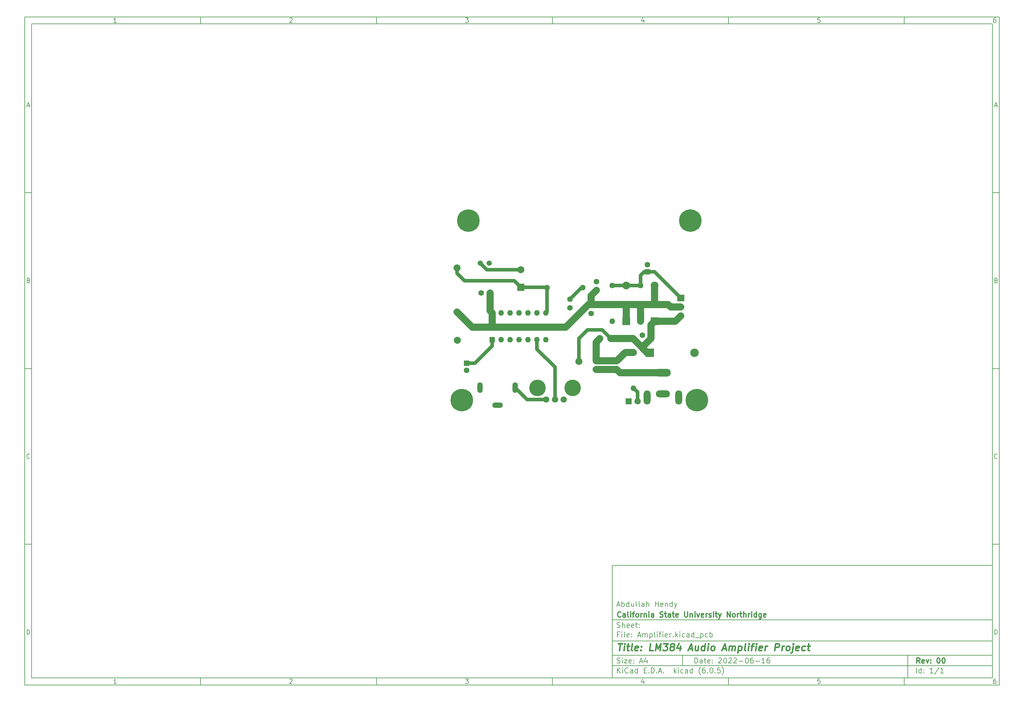
<source format=gtl>
%TF.GenerationSoftware,KiCad,Pcbnew,(6.0.5)*%
%TF.CreationDate,2022-06-17T11:53:50-07:00*%
%TF.ProjectId,Amplifier,416d706c-6966-4696-9572-2e6b69636164,00*%
%TF.SameCoordinates,Original*%
%TF.FileFunction,Copper,L1,Top*%
%TF.FilePolarity,Positive*%
%FSLAX46Y46*%
G04 Gerber Fmt 4.6, Leading zero omitted, Abs format (unit mm)*
G04 Created by KiCad (PCBNEW (6.0.5)) date 2022-06-17 11:53:50*
%MOMM*%
%LPD*%
G01*
G04 APERTURE LIST*
%ADD10C,0.100000*%
%ADD11C,0.150000*%
%ADD12C,0.300000*%
%ADD13C,0.400000*%
%TA.AperFunction,ComponentPad*%
%ADD14C,1.498600*%
%TD*%
%TA.AperFunction,ComponentPad*%
%ADD15C,1.600000*%
%TD*%
%TA.AperFunction,ComponentPad*%
%ADD16O,1.600000X1.600000*%
%TD*%
%TA.AperFunction,ComponentPad*%
%ADD17R,1.189000X1.189000*%
%TD*%
%TA.AperFunction,ComponentPad*%
%ADD18C,1.189000*%
%TD*%
%TA.AperFunction,ComponentPad*%
%ADD19R,2.000000X1.905000*%
%TD*%
%TA.AperFunction,ComponentPad*%
%ADD20O,2.000000X1.905000*%
%TD*%
%TA.AperFunction,ComponentPad*%
%ADD21R,1.600000X1.600000*%
%TD*%
%TA.AperFunction,ComponentPad*%
%ADD22C,2.000000*%
%TD*%
%TA.AperFunction,ComponentPad*%
%ADD23C,6.400000*%
%TD*%
%TA.AperFunction,ComponentPad*%
%ADD24R,1.800000X1.800000*%
%TD*%
%TA.AperFunction,ComponentPad*%
%ADD25C,1.800000*%
%TD*%
%TA.AperFunction,ComponentPad*%
%ADD26R,2.200000X2.200000*%
%TD*%
%TA.AperFunction,ComponentPad*%
%ADD27O,2.200000X2.200000*%
%TD*%
%TA.AperFunction,ComponentPad*%
%ADD28O,4.500000X2.250000*%
%TD*%
%TA.AperFunction,ComponentPad*%
%ADD29O,4.000000X2.000000*%
%TD*%
%TA.AperFunction,ComponentPad*%
%ADD30O,2.000000X4.000000*%
%TD*%
%TA.AperFunction,ComponentPad*%
%ADD31C,1.600200*%
%TD*%
%TA.AperFunction,ComponentPad*%
%ADD32R,2.400000X2.400000*%
%TD*%
%TA.AperFunction,ComponentPad*%
%ADD33O,2.400000X2.400000*%
%TD*%
%TA.AperFunction,ComponentPad*%
%ADD34O,3.016000X1.508000*%
%TD*%
%TA.AperFunction,ComponentPad*%
%ADD35O,1.508000X3.016000*%
%TD*%
%TA.AperFunction,ComponentPad*%
%ADD36R,2.000000X2.000000*%
%TD*%
%TA.AperFunction,ComponentPad*%
%ADD37C,4.686000*%
%TD*%
%TA.AperFunction,Conductor*%
%ADD38C,2.000000*%
%TD*%
%TA.AperFunction,Conductor*%
%ADD39C,1.000000*%
%TD*%
G04 APERTURE END LIST*
D10*
D11*
X177002200Y-166007200D02*
X177002200Y-198007200D01*
X285002200Y-198007200D01*
X285002200Y-166007200D01*
X177002200Y-166007200D01*
D10*
D11*
X10000000Y-10000000D02*
X10000000Y-200007200D01*
X287002200Y-200007200D01*
X287002200Y-10000000D01*
X10000000Y-10000000D01*
D10*
D11*
X12000000Y-12000000D02*
X12000000Y-198007200D01*
X285002200Y-198007200D01*
X285002200Y-12000000D01*
X12000000Y-12000000D01*
D10*
D11*
X60000000Y-12000000D02*
X60000000Y-10000000D01*
D10*
D11*
X110000000Y-12000000D02*
X110000000Y-10000000D01*
D10*
D11*
X160000000Y-12000000D02*
X160000000Y-10000000D01*
D10*
D11*
X210000000Y-12000000D02*
X210000000Y-10000000D01*
D10*
D11*
X260000000Y-12000000D02*
X260000000Y-10000000D01*
D10*
D11*
X36065476Y-11588095D02*
X35322619Y-11588095D01*
X35694047Y-11588095D02*
X35694047Y-10288095D01*
X35570238Y-10473809D01*
X35446428Y-10597619D01*
X35322619Y-10659523D01*
D10*
D11*
X85322619Y-10411904D02*
X85384523Y-10350000D01*
X85508333Y-10288095D01*
X85817857Y-10288095D01*
X85941666Y-10350000D01*
X86003571Y-10411904D01*
X86065476Y-10535714D01*
X86065476Y-10659523D01*
X86003571Y-10845238D01*
X85260714Y-11588095D01*
X86065476Y-11588095D01*
D10*
D11*
X135260714Y-10288095D02*
X136065476Y-10288095D01*
X135632142Y-10783333D01*
X135817857Y-10783333D01*
X135941666Y-10845238D01*
X136003571Y-10907142D01*
X136065476Y-11030952D01*
X136065476Y-11340476D01*
X136003571Y-11464285D01*
X135941666Y-11526190D01*
X135817857Y-11588095D01*
X135446428Y-11588095D01*
X135322619Y-11526190D01*
X135260714Y-11464285D01*
D10*
D11*
X185941666Y-10721428D02*
X185941666Y-11588095D01*
X185632142Y-10226190D02*
X185322619Y-11154761D01*
X186127380Y-11154761D01*
D10*
D11*
X236003571Y-10288095D02*
X235384523Y-10288095D01*
X235322619Y-10907142D01*
X235384523Y-10845238D01*
X235508333Y-10783333D01*
X235817857Y-10783333D01*
X235941666Y-10845238D01*
X236003571Y-10907142D01*
X236065476Y-11030952D01*
X236065476Y-11340476D01*
X236003571Y-11464285D01*
X235941666Y-11526190D01*
X235817857Y-11588095D01*
X235508333Y-11588095D01*
X235384523Y-11526190D01*
X235322619Y-11464285D01*
D10*
D11*
X285941666Y-10288095D02*
X285694047Y-10288095D01*
X285570238Y-10350000D01*
X285508333Y-10411904D01*
X285384523Y-10597619D01*
X285322619Y-10845238D01*
X285322619Y-11340476D01*
X285384523Y-11464285D01*
X285446428Y-11526190D01*
X285570238Y-11588095D01*
X285817857Y-11588095D01*
X285941666Y-11526190D01*
X286003571Y-11464285D01*
X286065476Y-11340476D01*
X286065476Y-11030952D01*
X286003571Y-10907142D01*
X285941666Y-10845238D01*
X285817857Y-10783333D01*
X285570238Y-10783333D01*
X285446428Y-10845238D01*
X285384523Y-10907142D01*
X285322619Y-11030952D01*
D10*
D11*
X60000000Y-198007200D02*
X60000000Y-200007200D01*
D10*
D11*
X110000000Y-198007200D02*
X110000000Y-200007200D01*
D10*
D11*
X160000000Y-198007200D02*
X160000000Y-200007200D01*
D10*
D11*
X210000000Y-198007200D02*
X210000000Y-200007200D01*
D10*
D11*
X260000000Y-198007200D02*
X260000000Y-200007200D01*
D10*
D11*
X36065476Y-199595295D02*
X35322619Y-199595295D01*
X35694047Y-199595295D02*
X35694047Y-198295295D01*
X35570238Y-198481009D01*
X35446428Y-198604819D01*
X35322619Y-198666723D01*
D10*
D11*
X85322619Y-198419104D02*
X85384523Y-198357200D01*
X85508333Y-198295295D01*
X85817857Y-198295295D01*
X85941666Y-198357200D01*
X86003571Y-198419104D01*
X86065476Y-198542914D01*
X86065476Y-198666723D01*
X86003571Y-198852438D01*
X85260714Y-199595295D01*
X86065476Y-199595295D01*
D10*
D11*
X135260714Y-198295295D02*
X136065476Y-198295295D01*
X135632142Y-198790533D01*
X135817857Y-198790533D01*
X135941666Y-198852438D01*
X136003571Y-198914342D01*
X136065476Y-199038152D01*
X136065476Y-199347676D01*
X136003571Y-199471485D01*
X135941666Y-199533390D01*
X135817857Y-199595295D01*
X135446428Y-199595295D01*
X135322619Y-199533390D01*
X135260714Y-199471485D01*
D10*
D11*
X185941666Y-198728628D02*
X185941666Y-199595295D01*
X185632142Y-198233390D02*
X185322619Y-199161961D01*
X186127380Y-199161961D01*
D10*
D11*
X236003571Y-198295295D02*
X235384523Y-198295295D01*
X235322619Y-198914342D01*
X235384523Y-198852438D01*
X235508333Y-198790533D01*
X235817857Y-198790533D01*
X235941666Y-198852438D01*
X236003571Y-198914342D01*
X236065476Y-199038152D01*
X236065476Y-199347676D01*
X236003571Y-199471485D01*
X235941666Y-199533390D01*
X235817857Y-199595295D01*
X235508333Y-199595295D01*
X235384523Y-199533390D01*
X235322619Y-199471485D01*
D10*
D11*
X285941666Y-198295295D02*
X285694047Y-198295295D01*
X285570238Y-198357200D01*
X285508333Y-198419104D01*
X285384523Y-198604819D01*
X285322619Y-198852438D01*
X285322619Y-199347676D01*
X285384523Y-199471485D01*
X285446428Y-199533390D01*
X285570238Y-199595295D01*
X285817857Y-199595295D01*
X285941666Y-199533390D01*
X286003571Y-199471485D01*
X286065476Y-199347676D01*
X286065476Y-199038152D01*
X286003571Y-198914342D01*
X285941666Y-198852438D01*
X285817857Y-198790533D01*
X285570238Y-198790533D01*
X285446428Y-198852438D01*
X285384523Y-198914342D01*
X285322619Y-199038152D01*
D10*
D11*
X10000000Y-60000000D02*
X12000000Y-60000000D01*
D10*
D11*
X10000000Y-110000000D02*
X12000000Y-110000000D01*
D10*
D11*
X10000000Y-160000000D02*
X12000000Y-160000000D01*
D10*
D11*
X10690476Y-35216666D02*
X11309523Y-35216666D01*
X10566666Y-35588095D02*
X11000000Y-34288095D01*
X11433333Y-35588095D01*
D10*
D11*
X11092857Y-84907142D02*
X11278571Y-84969047D01*
X11340476Y-85030952D01*
X11402380Y-85154761D01*
X11402380Y-85340476D01*
X11340476Y-85464285D01*
X11278571Y-85526190D01*
X11154761Y-85588095D01*
X10659523Y-85588095D01*
X10659523Y-84288095D01*
X11092857Y-84288095D01*
X11216666Y-84350000D01*
X11278571Y-84411904D01*
X11340476Y-84535714D01*
X11340476Y-84659523D01*
X11278571Y-84783333D01*
X11216666Y-84845238D01*
X11092857Y-84907142D01*
X10659523Y-84907142D01*
D10*
D11*
X11402380Y-135464285D02*
X11340476Y-135526190D01*
X11154761Y-135588095D01*
X11030952Y-135588095D01*
X10845238Y-135526190D01*
X10721428Y-135402380D01*
X10659523Y-135278571D01*
X10597619Y-135030952D01*
X10597619Y-134845238D01*
X10659523Y-134597619D01*
X10721428Y-134473809D01*
X10845238Y-134350000D01*
X11030952Y-134288095D01*
X11154761Y-134288095D01*
X11340476Y-134350000D01*
X11402380Y-134411904D01*
D10*
D11*
X10659523Y-185588095D02*
X10659523Y-184288095D01*
X10969047Y-184288095D01*
X11154761Y-184350000D01*
X11278571Y-184473809D01*
X11340476Y-184597619D01*
X11402380Y-184845238D01*
X11402380Y-185030952D01*
X11340476Y-185278571D01*
X11278571Y-185402380D01*
X11154761Y-185526190D01*
X10969047Y-185588095D01*
X10659523Y-185588095D01*
D10*
D11*
X287002200Y-60000000D02*
X285002200Y-60000000D01*
D10*
D11*
X287002200Y-110000000D02*
X285002200Y-110000000D01*
D10*
D11*
X287002200Y-160000000D02*
X285002200Y-160000000D01*
D10*
D11*
X285692676Y-35216666D02*
X286311723Y-35216666D01*
X285568866Y-35588095D02*
X286002200Y-34288095D01*
X286435533Y-35588095D01*
D10*
D11*
X286095057Y-84907142D02*
X286280771Y-84969047D01*
X286342676Y-85030952D01*
X286404580Y-85154761D01*
X286404580Y-85340476D01*
X286342676Y-85464285D01*
X286280771Y-85526190D01*
X286156961Y-85588095D01*
X285661723Y-85588095D01*
X285661723Y-84288095D01*
X286095057Y-84288095D01*
X286218866Y-84350000D01*
X286280771Y-84411904D01*
X286342676Y-84535714D01*
X286342676Y-84659523D01*
X286280771Y-84783333D01*
X286218866Y-84845238D01*
X286095057Y-84907142D01*
X285661723Y-84907142D01*
D10*
D11*
X286404580Y-135464285D02*
X286342676Y-135526190D01*
X286156961Y-135588095D01*
X286033152Y-135588095D01*
X285847438Y-135526190D01*
X285723628Y-135402380D01*
X285661723Y-135278571D01*
X285599819Y-135030952D01*
X285599819Y-134845238D01*
X285661723Y-134597619D01*
X285723628Y-134473809D01*
X285847438Y-134350000D01*
X286033152Y-134288095D01*
X286156961Y-134288095D01*
X286342676Y-134350000D01*
X286404580Y-134411904D01*
D10*
D11*
X285661723Y-185588095D02*
X285661723Y-184288095D01*
X285971247Y-184288095D01*
X286156961Y-184350000D01*
X286280771Y-184473809D01*
X286342676Y-184597619D01*
X286404580Y-184845238D01*
X286404580Y-185030952D01*
X286342676Y-185278571D01*
X286280771Y-185402380D01*
X286156961Y-185526190D01*
X285971247Y-185588095D01*
X285661723Y-185588095D01*
D10*
D11*
X200434342Y-193785771D02*
X200434342Y-192285771D01*
X200791485Y-192285771D01*
X201005771Y-192357200D01*
X201148628Y-192500057D01*
X201220057Y-192642914D01*
X201291485Y-192928628D01*
X201291485Y-193142914D01*
X201220057Y-193428628D01*
X201148628Y-193571485D01*
X201005771Y-193714342D01*
X200791485Y-193785771D01*
X200434342Y-193785771D01*
X202577200Y-193785771D02*
X202577200Y-193000057D01*
X202505771Y-192857200D01*
X202362914Y-192785771D01*
X202077200Y-192785771D01*
X201934342Y-192857200D01*
X202577200Y-193714342D02*
X202434342Y-193785771D01*
X202077200Y-193785771D01*
X201934342Y-193714342D01*
X201862914Y-193571485D01*
X201862914Y-193428628D01*
X201934342Y-193285771D01*
X202077200Y-193214342D01*
X202434342Y-193214342D01*
X202577200Y-193142914D01*
X203077200Y-192785771D02*
X203648628Y-192785771D01*
X203291485Y-192285771D02*
X203291485Y-193571485D01*
X203362914Y-193714342D01*
X203505771Y-193785771D01*
X203648628Y-193785771D01*
X204720057Y-193714342D02*
X204577200Y-193785771D01*
X204291485Y-193785771D01*
X204148628Y-193714342D01*
X204077200Y-193571485D01*
X204077200Y-193000057D01*
X204148628Y-192857200D01*
X204291485Y-192785771D01*
X204577200Y-192785771D01*
X204720057Y-192857200D01*
X204791485Y-193000057D01*
X204791485Y-193142914D01*
X204077200Y-193285771D01*
X205434342Y-193642914D02*
X205505771Y-193714342D01*
X205434342Y-193785771D01*
X205362914Y-193714342D01*
X205434342Y-193642914D01*
X205434342Y-193785771D01*
X205434342Y-192857200D02*
X205505771Y-192928628D01*
X205434342Y-193000057D01*
X205362914Y-192928628D01*
X205434342Y-192857200D01*
X205434342Y-193000057D01*
X207220057Y-192428628D02*
X207291485Y-192357200D01*
X207434342Y-192285771D01*
X207791485Y-192285771D01*
X207934342Y-192357200D01*
X208005771Y-192428628D01*
X208077200Y-192571485D01*
X208077200Y-192714342D01*
X208005771Y-192928628D01*
X207148628Y-193785771D01*
X208077200Y-193785771D01*
X209005771Y-192285771D02*
X209148628Y-192285771D01*
X209291485Y-192357200D01*
X209362914Y-192428628D01*
X209434342Y-192571485D01*
X209505771Y-192857200D01*
X209505771Y-193214342D01*
X209434342Y-193500057D01*
X209362914Y-193642914D01*
X209291485Y-193714342D01*
X209148628Y-193785771D01*
X209005771Y-193785771D01*
X208862914Y-193714342D01*
X208791485Y-193642914D01*
X208720057Y-193500057D01*
X208648628Y-193214342D01*
X208648628Y-192857200D01*
X208720057Y-192571485D01*
X208791485Y-192428628D01*
X208862914Y-192357200D01*
X209005771Y-192285771D01*
X210077200Y-192428628D02*
X210148628Y-192357200D01*
X210291485Y-192285771D01*
X210648628Y-192285771D01*
X210791485Y-192357200D01*
X210862914Y-192428628D01*
X210934342Y-192571485D01*
X210934342Y-192714342D01*
X210862914Y-192928628D01*
X210005771Y-193785771D01*
X210934342Y-193785771D01*
X211505771Y-192428628D02*
X211577200Y-192357200D01*
X211720057Y-192285771D01*
X212077200Y-192285771D01*
X212220057Y-192357200D01*
X212291485Y-192428628D01*
X212362914Y-192571485D01*
X212362914Y-192714342D01*
X212291485Y-192928628D01*
X211434342Y-193785771D01*
X212362914Y-193785771D01*
X213005771Y-193214342D02*
X214148628Y-193214342D01*
X215148628Y-192285771D02*
X215291485Y-192285771D01*
X215434342Y-192357200D01*
X215505771Y-192428628D01*
X215577200Y-192571485D01*
X215648628Y-192857200D01*
X215648628Y-193214342D01*
X215577200Y-193500057D01*
X215505771Y-193642914D01*
X215434342Y-193714342D01*
X215291485Y-193785771D01*
X215148628Y-193785771D01*
X215005771Y-193714342D01*
X214934342Y-193642914D01*
X214862914Y-193500057D01*
X214791485Y-193214342D01*
X214791485Y-192857200D01*
X214862914Y-192571485D01*
X214934342Y-192428628D01*
X215005771Y-192357200D01*
X215148628Y-192285771D01*
X216934342Y-192285771D02*
X216648628Y-192285771D01*
X216505771Y-192357200D01*
X216434342Y-192428628D01*
X216291485Y-192642914D01*
X216220057Y-192928628D01*
X216220057Y-193500057D01*
X216291485Y-193642914D01*
X216362914Y-193714342D01*
X216505771Y-193785771D01*
X216791485Y-193785771D01*
X216934342Y-193714342D01*
X217005771Y-193642914D01*
X217077200Y-193500057D01*
X217077200Y-193142914D01*
X217005771Y-193000057D01*
X216934342Y-192928628D01*
X216791485Y-192857200D01*
X216505771Y-192857200D01*
X216362914Y-192928628D01*
X216291485Y-193000057D01*
X216220057Y-193142914D01*
X217720057Y-193214342D02*
X218862914Y-193214342D01*
X220362914Y-193785771D02*
X219505771Y-193785771D01*
X219934342Y-193785771D02*
X219934342Y-192285771D01*
X219791485Y-192500057D01*
X219648628Y-192642914D01*
X219505771Y-192714342D01*
X221648628Y-192285771D02*
X221362914Y-192285771D01*
X221220057Y-192357200D01*
X221148628Y-192428628D01*
X221005771Y-192642914D01*
X220934342Y-192928628D01*
X220934342Y-193500057D01*
X221005771Y-193642914D01*
X221077200Y-193714342D01*
X221220057Y-193785771D01*
X221505771Y-193785771D01*
X221648628Y-193714342D01*
X221720057Y-193642914D01*
X221791485Y-193500057D01*
X221791485Y-193142914D01*
X221720057Y-193000057D01*
X221648628Y-192928628D01*
X221505771Y-192857200D01*
X221220057Y-192857200D01*
X221077200Y-192928628D01*
X221005771Y-193000057D01*
X220934342Y-193142914D01*
D10*
D11*
X177002200Y-194507200D02*
X285002200Y-194507200D01*
D10*
D11*
X178434342Y-196585771D02*
X178434342Y-195085771D01*
X179291485Y-196585771D02*
X178648628Y-195728628D01*
X179291485Y-195085771D02*
X178434342Y-195942914D01*
X179934342Y-196585771D02*
X179934342Y-195585771D01*
X179934342Y-195085771D02*
X179862914Y-195157200D01*
X179934342Y-195228628D01*
X180005771Y-195157200D01*
X179934342Y-195085771D01*
X179934342Y-195228628D01*
X181505771Y-196442914D02*
X181434342Y-196514342D01*
X181220057Y-196585771D01*
X181077200Y-196585771D01*
X180862914Y-196514342D01*
X180720057Y-196371485D01*
X180648628Y-196228628D01*
X180577200Y-195942914D01*
X180577200Y-195728628D01*
X180648628Y-195442914D01*
X180720057Y-195300057D01*
X180862914Y-195157200D01*
X181077200Y-195085771D01*
X181220057Y-195085771D01*
X181434342Y-195157200D01*
X181505771Y-195228628D01*
X182791485Y-196585771D02*
X182791485Y-195800057D01*
X182720057Y-195657200D01*
X182577200Y-195585771D01*
X182291485Y-195585771D01*
X182148628Y-195657200D01*
X182791485Y-196514342D02*
X182648628Y-196585771D01*
X182291485Y-196585771D01*
X182148628Y-196514342D01*
X182077200Y-196371485D01*
X182077200Y-196228628D01*
X182148628Y-196085771D01*
X182291485Y-196014342D01*
X182648628Y-196014342D01*
X182791485Y-195942914D01*
X184148628Y-196585771D02*
X184148628Y-195085771D01*
X184148628Y-196514342D02*
X184005771Y-196585771D01*
X183720057Y-196585771D01*
X183577200Y-196514342D01*
X183505771Y-196442914D01*
X183434342Y-196300057D01*
X183434342Y-195871485D01*
X183505771Y-195728628D01*
X183577200Y-195657200D01*
X183720057Y-195585771D01*
X184005771Y-195585771D01*
X184148628Y-195657200D01*
X186005771Y-195800057D02*
X186505771Y-195800057D01*
X186720057Y-196585771D02*
X186005771Y-196585771D01*
X186005771Y-195085771D01*
X186720057Y-195085771D01*
X187362914Y-196442914D02*
X187434342Y-196514342D01*
X187362914Y-196585771D01*
X187291485Y-196514342D01*
X187362914Y-196442914D01*
X187362914Y-196585771D01*
X188077200Y-196585771D02*
X188077200Y-195085771D01*
X188434342Y-195085771D01*
X188648628Y-195157200D01*
X188791485Y-195300057D01*
X188862914Y-195442914D01*
X188934342Y-195728628D01*
X188934342Y-195942914D01*
X188862914Y-196228628D01*
X188791485Y-196371485D01*
X188648628Y-196514342D01*
X188434342Y-196585771D01*
X188077200Y-196585771D01*
X189577200Y-196442914D02*
X189648628Y-196514342D01*
X189577200Y-196585771D01*
X189505771Y-196514342D01*
X189577200Y-196442914D01*
X189577200Y-196585771D01*
X190220057Y-196157200D02*
X190934342Y-196157200D01*
X190077200Y-196585771D02*
X190577200Y-195085771D01*
X191077200Y-196585771D01*
X191577200Y-196442914D02*
X191648628Y-196514342D01*
X191577200Y-196585771D01*
X191505771Y-196514342D01*
X191577200Y-196442914D01*
X191577200Y-196585771D01*
X194577200Y-196585771D02*
X194577200Y-195085771D01*
X194720057Y-196014342D02*
X195148628Y-196585771D01*
X195148628Y-195585771D02*
X194577200Y-196157200D01*
X195791485Y-196585771D02*
X195791485Y-195585771D01*
X195791485Y-195085771D02*
X195720057Y-195157200D01*
X195791485Y-195228628D01*
X195862914Y-195157200D01*
X195791485Y-195085771D01*
X195791485Y-195228628D01*
X197148628Y-196514342D02*
X197005771Y-196585771D01*
X196720057Y-196585771D01*
X196577200Y-196514342D01*
X196505771Y-196442914D01*
X196434342Y-196300057D01*
X196434342Y-195871485D01*
X196505771Y-195728628D01*
X196577200Y-195657200D01*
X196720057Y-195585771D01*
X197005771Y-195585771D01*
X197148628Y-195657200D01*
X198434342Y-196585771D02*
X198434342Y-195800057D01*
X198362914Y-195657200D01*
X198220057Y-195585771D01*
X197934342Y-195585771D01*
X197791485Y-195657200D01*
X198434342Y-196514342D02*
X198291485Y-196585771D01*
X197934342Y-196585771D01*
X197791485Y-196514342D01*
X197720057Y-196371485D01*
X197720057Y-196228628D01*
X197791485Y-196085771D01*
X197934342Y-196014342D01*
X198291485Y-196014342D01*
X198434342Y-195942914D01*
X199791485Y-196585771D02*
X199791485Y-195085771D01*
X199791485Y-196514342D02*
X199648628Y-196585771D01*
X199362914Y-196585771D01*
X199220057Y-196514342D01*
X199148628Y-196442914D01*
X199077200Y-196300057D01*
X199077200Y-195871485D01*
X199148628Y-195728628D01*
X199220057Y-195657200D01*
X199362914Y-195585771D01*
X199648628Y-195585771D01*
X199791485Y-195657200D01*
X202077200Y-197157200D02*
X202005771Y-197085771D01*
X201862914Y-196871485D01*
X201791485Y-196728628D01*
X201720057Y-196514342D01*
X201648628Y-196157200D01*
X201648628Y-195871485D01*
X201720057Y-195514342D01*
X201791485Y-195300057D01*
X201862914Y-195157200D01*
X202005771Y-194942914D01*
X202077200Y-194871485D01*
X203291485Y-195085771D02*
X203005771Y-195085771D01*
X202862914Y-195157200D01*
X202791485Y-195228628D01*
X202648628Y-195442914D01*
X202577200Y-195728628D01*
X202577200Y-196300057D01*
X202648628Y-196442914D01*
X202720057Y-196514342D01*
X202862914Y-196585771D01*
X203148628Y-196585771D01*
X203291485Y-196514342D01*
X203362914Y-196442914D01*
X203434342Y-196300057D01*
X203434342Y-195942914D01*
X203362914Y-195800057D01*
X203291485Y-195728628D01*
X203148628Y-195657200D01*
X202862914Y-195657200D01*
X202720057Y-195728628D01*
X202648628Y-195800057D01*
X202577200Y-195942914D01*
X204077200Y-196442914D02*
X204148628Y-196514342D01*
X204077200Y-196585771D01*
X204005771Y-196514342D01*
X204077200Y-196442914D01*
X204077200Y-196585771D01*
X205077200Y-195085771D02*
X205220057Y-195085771D01*
X205362914Y-195157200D01*
X205434342Y-195228628D01*
X205505771Y-195371485D01*
X205577200Y-195657200D01*
X205577200Y-196014342D01*
X205505771Y-196300057D01*
X205434342Y-196442914D01*
X205362914Y-196514342D01*
X205220057Y-196585771D01*
X205077200Y-196585771D01*
X204934342Y-196514342D01*
X204862914Y-196442914D01*
X204791485Y-196300057D01*
X204720057Y-196014342D01*
X204720057Y-195657200D01*
X204791485Y-195371485D01*
X204862914Y-195228628D01*
X204934342Y-195157200D01*
X205077200Y-195085771D01*
X206220057Y-196442914D02*
X206291485Y-196514342D01*
X206220057Y-196585771D01*
X206148628Y-196514342D01*
X206220057Y-196442914D01*
X206220057Y-196585771D01*
X207648628Y-195085771D02*
X206934342Y-195085771D01*
X206862914Y-195800057D01*
X206934342Y-195728628D01*
X207077200Y-195657200D01*
X207434342Y-195657200D01*
X207577200Y-195728628D01*
X207648628Y-195800057D01*
X207720057Y-195942914D01*
X207720057Y-196300057D01*
X207648628Y-196442914D01*
X207577200Y-196514342D01*
X207434342Y-196585771D01*
X207077200Y-196585771D01*
X206934342Y-196514342D01*
X206862914Y-196442914D01*
X208220057Y-197157200D02*
X208291485Y-197085771D01*
X208434342Y-196871485D01*
X208505771Y-196728628D01*
X208577200Y-196514342D01*
X208648628Y-196157200D01*
X208648628Y-195871485D01*
X208577200Y-195514342D01*
X208505771Y-195300057D01*
X208434342Y-195157200D01*
X208291485Y-194942914D01*
X208220057Y-194871485D01*
D10*
D11*
X177002200Y-191507200D02*
X285002200Y-191507200D01*
D10*
D12*
X264411485Y-193785771D02*
X263911485Y-193071485D01*
X263554342Y-193785771D02*
X263554342Y-192285771D01*
X264125771Y-192285771D01*
X264268628Y-192357200D01*
X264340057Y-192428628D01*
X264411485Y-192571485D01*
X264411485Y-192785771D01*
X264340057Y-192928628D01*
X264268628Y-193000057D01*
X264125771Y-193071485D01*
X263554342Y-193071485D01*
X265625771Y-193714342D02*
X265482914Y-193785771D01*
X265197200Y-193785771D01*
X265054342Y-193714342D01*
X264982914Y-193571485D01*
X264982914Y-193000057D01*
X265054342Y-192857200D01*
X265197200Y-192785771D01*
X265482914Y-192785771D01*
X265625771Y-192857200D01*
X265697200Y-193000057D01*
X265697200Y-193142914D01*
X264982914Y-193285771D01*
X266197200Y-192785771D02*
X266554342Y-193785771D01*
X266911485Y-192785771D01*
X267482914Y-193642914D02*
X267554342Y-193714342D01*
X267482914Y-193785771D01*
X267411485Y-193714342D01*
X267482914Y-193642914D01*
X267482914Y-193785771D01*
X267482914Y-192857200D02*
X267554342Y-192928628D01*
X267482914Y-193000057D01*
X267411485Y-192928628D01*
X267482914Y-192857200D01*
X267482914Y-193000057D01*
X269625771Y-192285771D02*
X269768628Y-192285771D01*
X269911485Y-192357200D01*
X269982914Y-192428628D01*
X270054342Y-192571485D01*
X270125771Y-192857200D01*
X270125771Y-193214342D01*
X270054342Y-193500057D01*
X269982914Y-193642914D01*
X269911485Y-193714342D01*
X269768628Y-193785771D01*
X269625771Y-193785771D01*
X269482914Y-193714342D01*
X269411485Y-193642914D01*
X269340057Y-193500057D01*
X269268628Y-193214342D01*
X269268628Y-192857200D01*
X269340057Y-192571485D01*
X269411485Y-192428628D01*
X269482914Y-192357200D01*
X269625771Y-192285771D01*
X271054342Y-192285771D02*
X271197200Y-192285771D01*
X271340057Y-192357200D01*
X271411485Y-192428628D01*
X271482914Y-192571485D01*
X271554342Y-192857200D01*
X271554342Y-193214342D01*
X271482914Y-193500057D01*
X271411485Y-193642914D01*
X271340057Y-193714342D01*
X271197200Y-193785771D01*
X271054342Y-193785771D01*
X270911485Y-193714342D01*
X270840057Y-193642914D01*
X270768628Y-193500057D01*
X270697200Y-193214342D01*
X270697200Y-192857200D01*
X270768628Y-192571485D01*
X270840057Y-192428628D01*
X270911485Y-192357200D01*
X271054342Y-192285771D01*
D10*
D11*
X178362914Y-193714342D02*
X178577200Y-193785771D01*
X178934342Y-193785771D01*
X179077200Y-193714342D01*
X179148628Y-193642914D01*
X179220057Y-193500057D01*
X179220057Y-193357200D01*
X179148628Y-193214342D01*
X179077200Y-193142914D01*
X178934342Y-193071485D01*
X178648628Y-193000057D01*
X178505771Y-192928628D01*
X178434342Y-192857200D01*
X178362914Y-192714342D01*
X178362914Y-192571485D01*
X178434342Y-192428628D01*
X178505771Y-192357200D01*
X178648628Y-192285771D01*
X179005771Y-192285771D01*
X179220057Y-192357200D01*
X179862914Y-193785771D02*
X179862914Y-192785771D01*
X179862914Y-192285771D02*
X179791485Y-192357200D01*
X179862914Y-192428628D01*
X179934342Y-192357200D01*
X179862914Y-192285771D01*
X179862914Y-192428628D01*
X180434342Y-192785771D02*
X181220057Y-192785771D01*
X180434342Y-193785771D01*
X181220057Y-193785771D01*
X182362914Y-193714342D02*
X182220057Y-193785771D01*
X181934342Y-193785771D01*
X181791485Y-193714342D01*
X181720057Y-193571485D01*
X181720057Y-193000057D01*
X181791485Y-192857200D01*
X181934342Y-192785771D01*
X182220057Y-192785771D01*
X182362914Y-192857200D01*
X182434342Y-193000057D01*
X182434342Y-193142914D01*
X181720057Y-193285771D01*
X183077200Y-193642914D02*
X183148628Y-193714342D01*
X183077200Y-193785771D01*
X183005771Y-193714342D01*
X183077200Y-193642914D01*
X183077200Y-193785771D01*
X183077200Y-192857200D02*
X183148628Y-192928628D01*
X183077200Y-193000057D01*
X183005771Y-192928628D01*
X183077200Y-192857200D01*
X183077200Y-193000057D01*
X184862914Y-193357200D02*
X185577200Y-193357200D01*
X184720057Y-193785771D02*
X185220057Y-192285771D01*
X185720057Y-193785771D01*
X186862914Y-192785771D02*
X186862914Y-193785771D01*
X186505771Y-192214342D02*
X186148628Y-193285771D01*
X187077200Y-193285771D01*
D10*
D11*
X263434342Y-196585771D02*
X263434342Y-195085771D01*
X264791485Y-196585771D02*
X264791485Y-195085771D01*
X264791485Y-196514342D02*
X264648628Y-196585771D01*
X264362914Y-196585771D01*
X264220057Y-196514342D01*
X264148628Y-196442914D01*
X264077200Y-196300057D01*
X264077200Y-195871485D01*
X264148628Y-195728628D01*
X264220057Y-195657200D01*
X264362914Y-195585771D01*
X264648628Y-195585771D01*
X264791485Y-195657200D01*
X265505771Y-196442914D02*
X265577200Y-196514342D01*
X265505771Y-196585771D01*
X265434342Y-196514342D01*
X265505771Y-196442914D01*
X265505771Y-196585771D01*
X265505771Y-195657200D02*
X265577200Y-195728628D01*
X265505771Y-195800057D01*
X265434342Y-195728628D01*
X265505771Y-195657200D01*
X265505771Y-195800057D01*
X268148628Y-196585771D02*
X267291485Y-196585771D01*
X267720057Y-196585771D02*
X267720057Y-195085771D01*
X267577200Y-195300057D01*
X267434342Y-195442914D01*
X267291485Y-195514342D01*
X269862914Y-195014342D02*
X268577200Y-196942914D01*
X271148628Y-196585771D02*
X270291485Y-196585771D01*
X270720057Y-196585771D02*
X270720057Y-195085771D01*
X270577200Y-195300057D01*
X270434342Y-195442914D01*
X270291485Y-195514342D01*
D10*
D11*
X177002200Y-187507200D02*
X285002200Y-187507200D01*
D10*
D13*
X178714580Y-188211961D02*
X179857438Y-188211961D01*
X179036009Y-190211961D02*
X179286009Y-188211961D01*
X180274104Y-190211961D02*
X180440771Y-188878628D01*
X180524104Y-188211961D02*
X180416961Y-188307200D01*
X180500295Y-188402438D01*
X180607438Y-188307200D01*
X180524104Y-188211961D01*
X180500295Y-188402438D01*
X181107438Y-188878628D02*
X181869342Y-188878628D01*
X181476485Y-188211961D02*
X181262200Y-189926247D01*
X181333628Y-190116723D01*
X181512200Y-190211961D01*
X181702676Y-190211961D01*
X182655057Y-190211961D02*
X182476485Y-190116723D01*
X182405057Y-189926247D01*
X182619342Y-188211961D01*
X184190771Y-190116723D02*
X183988390Y-190211961D01*
X183607438Y-190211961D01*
X183428866Y-190116723D01*
X183357438Y-189926247D01*
X183452676Y-189164342D01*
X183571723Y-188973866D01*
X183774104Y-188878628D01*
X184155057Y-188878628D01*
X184333628Y-188973866D01*
X184405057Y-189164342D01*
X184381247Y-189354819D01*
X183405057Y-189545295D01*
X185155057Y-190021485D02*
X185238390Y-190116723D01*
X185131247Y-190211961D01*
X185047914Y-190116723D01*
X185155057Y-190021485D01*
X185131247Y-190211961D01*
X185286009Y-188973866D02*
X185369342Y-189069104D01*
X185262200Y-189164342D01*
X185178866Y-189069104D01*
X185286009Y-188973866D01*
X185262200Y-189164342D01*
X188559819Y-190211961D02*
X187607438Y-190211961D01*
X187857438Y-188211961D01*
X189226485Y-190211961D02*
X189476485Y-188211961D01*
X189964580Y-189640533D01*
X190809819Y-188211961D01*
X190559819Y-190211961D01*
X191571723Y-188211961D02*
X192809819Y-188211961D01*
X192047914Y-188973866D01*
X192333628Y-188973866D01*
X192512200Y-189069104D01*
X192595533Y-189164342D01*
X192666961Y-189354819D01*
X192607438Y-189831009D01*
X192488390Y-190021485D01*
X192381247Y-190116723D01*
X192178866Y-190211961D01*
X191607438Y-190211961D01*
X191428866Y-190116723D01*
X191345533Y-190021485D01*
X193845533Y-189069104D02*
X193666961Y-188973866D01*
X193583628Y-188878628D01*
X193512200Y-188688152D01*
X193524104Y-188592914D01*
X193643152Y-188402438D01*
X193750295Y-188307200D01*
X193952676Y-188211961D01*
X194333628Y-188211961D01*
X194512200Y-188307200D01*
X194595533Y-188402438D01*
X194666961Y-188592914D01*
X194655057Y-188688152D01*
X194536009Y-188878628D01*
X194428866Y-188973866D01*
X194226485Y-189069104D01*
X193845533Y-189069104D01*
X193643152Y-189164342D01*
X193536009Y-189259580D01*
X193416961Y-189450057D01*
X193369342Y-189831009D01*
X193440771Y-190021485D01*
X193524104Y-190116723D01*
X193702676Y-190211961D01*
X194083628Y-190211961D01*
X194286009Y-190116723D01*
X194393152Y-190021485D01*
X194512200Y-189831009D01*
X194559819Y-189450057D01*
X194488390Y-189259580D01*
X194405057Y-189164342D01*
X194226485Y-189069104D01*
X196345533Y-188878628D02*
X196178866Y-190211961D01*
X195964580Y-188116723D02*
X195309819Y-189545295D01*
X196547914Y-189545295D01*
X198726485Y-189640533D02*
X199678866Y-189640533D01*
X198464580Y-190211961D02*
X199381247Y-188211961D01*
X199797914Y-190211961D01*
X201488390Y-188878628D02*
X201321723Y-190211961D01*
X200631247Y-188878628D02*
X200500295Y-189926247D01*
X200571723Y-190116723D01*
X200750295Y-190211961D01*
X201036009Y-190211961D01*
X201238390Y-190116723D01*
X201345533Y-190021485D01*
X203131247Y-190211961D02*
X203381247Y-188211961D01*
X203143152Y-190116723D02*
X202940771Y-190211961D01*
X202559819Y-190211961D01*
X202381247Y-190116723D01*
X202297914Y-190021485D01*
X202226485Y-189831009D01*
X202297914Y-189259580D01*
X202416961Y-189069104D01*
X202524104Y-188973866D01*
X202726485Y-188878628D01*
X203107438Y-188878628D01*
X203286009Y-188973866D01*
X204083628Y-190211961D02*
X204250295Y-188878628D01*
X204333628Y-188211961D02*
X204226485Y-188307200D01*
X204309819Y-188402438D01*
X204416961Y-188307200D01*
X204333628Y-188211961D01*
X204309819Y-188402438D01*
X205321723Y-190211961D02*
X205143152Y-190116723D01*
X205059819Y-190021485D01*
X204988390Y-189831009D01*
X205059819Y-189259580D01*
X205178866Y-189069104D01*
X205286009Y-188973866D01*
X205488390Y-188878628D01*
X205774104Y-188878628D01*
X205952676Y-188973866D01*
X206036009Y-189069104D01*
X206107438Y-189259580D01*
X206036009Y-189831009D01*
X205916961Y-190021485D01*
X205809819Y-190116723D01*
X205607438Y-190211961D01*
X205321723Y-190211961D01*
X208345533Y-189640533D02*
X209297914Y-189640533D01*
X208083628Y-190211961D02*
X209000295Y-188211961D01*
X209416961Y-190211961D01*
X210083628Y-190211961D02*
X210250295Y-188878628D01*
X210226485Y-189069104D02*
X210333628Y-188973866D01*
X210536009Y-188878628D01*
X210821723Y-188878628D01*
X211000295Y-188973866D01*
X211071723Y-189164342D01*
X210940771Y-190211961D01*
X211071723Y-189164342D02*
X211190771Y-188973866D01*
X211393152Y-188878628D01*
X211678866Y-188878628D01*
X211857438Y-188973866D01*
X211928866Y-189164342D01*
X211797914Y-190211961D01*
X212916961Y-188878628D02*
X212666961Y-190878628D01*
X212905057Y-188973866D02*
X213107438Y-188878628D01*
X213488390Y-188878628D01*
X213666961Y-188973866D01*
X213750295Y-189069104D01*
X213821723Y-189259580D01*
X213750295Y-189831009D01*
X213631247Y-190021485D01*
X213524104Y-190116723D01*
X213321723Y-190211961D01*
X212940771Y-190211961D01*
X212762200Y-190116723D01*
X214845533Y-190211961D02*
X214666961Y-190116723D01*
X214595533Y-189926247D01*
X214809819Y-188211961D01*
X215607438Y-190211961D02*
X215774104Y-188878628D01*
X215857438Y-188211961D02*
X215750295Y-188307200D01*
X215833628Y-188402438D01*
X215940771Y-188307200D01*
X215857438Y-188211961D01*
X215833628Y-188402438D01*
X216440771Y-188878628D02*
X217202676Y-188878628D01*
X216559819Y-190211961D02*
X216774104Y-188497676D01*
X216893152Y-188307200D01*
X217095533Y-188211961D01*
X217286009Y-188211961D01*
X217702676Y-190211961D02*
X217869342Y-188878628D01*
X217952676Y-188211961D02*
X217845533Y-188307200D01*
X217928866Y-188402438D01*
X218036009Y-188307200D01*
X217952676Y-188211961D01*
X217928866Y-188402438D01*
X219428866Y-190116723D02*
X219226485Y-190211961D01*
X218845533Y-190211961D01*
X218666961Y-190116723D01*
X218595533Y-189926247D01*
X218690771Y-189164342D01*
X218809819Y-188973866D01*
X219012200Y-188878628D01*
X219393152Y-188878628D01*
X219571723Y-188973866D01*
X219643152Y-189164342D01*
X219619342Y-189354819D01*
X218643152Y-189545295D01*
X220369342Y-190211961D02*
X220536009Y-188878628D01*
X220488390Y-189259580D02*
X220607438Y-189069104D01*
X220714580Y-188973866D01*
X220916961Y-188878628D01*
X221107438Y-188878628D01*
X223131247Y-190211961D02*
X223381247Y-188211961D01*
X224143152Y-188211961D01*
X224321723Y-188307200D01*
X224405057Y-188402438D01*
X224476485Y-188592914D01*
X224440771Y-188878628D01*
X224321723Y-189069104D01*
X224214580Y-189164342D01*
X224012200Y-189259580D01*
X223250295Y-189259580D01*
X225131247Y-190211961D02*
X225297914Y-188878628D01*
X225250295Y-189259580D02*
X225369342Y-189069104D01*
X225476485Y-188973866D01*
X225678866Y-188878628D01*
X225869342Y-188878628D01*
X226655057Y-190211961D02*
X226476485Y-190116723D01*
X226393152Y-190021485D01*
X226321723Y-189831009D01*
X226393152Y-189259580D01*
X226512200Y-189069104D01*
X226619342Y-188973866D01*
X226821723Y-188878628D01*
X227107438Y-188878628D01*
X227286009Y-188973866D01*
X227369342Y-189069104D01*
X227440771Y-189259580D01*
X227369342Y-189831009D01*
X227250295Y-190021485D01*
X227143152Y-190116723D01*
X226940771Y-190211961D01*
X226655057Y-190211961D01*
X228345533Y-188878628D02*
X228131247Y-190592914D01*
X228012200Y-190783390D01*
X227809819Y-190878628D01*
X227714580Y-190878628D01*
X228428866Y-188211961D02*
X228321723Y-188307200D01*
X228405057Y-188402438D01*
X228512200Y-188307200D01*
X228428866Y-188211961D01*
X228405057Y-188402438D01*
X229905057Y-190116723D02*
X229702676Y-190211961D01*
X229321723Y-190211961D01*
X229143152Y-190116723D01*
X229071723Y-189926247D01*
X229166961Y-189164342D01*
X229286009Y-188973866D01*
X229488390Y-188878628D01*
X229869342Y-188878628D01*
X230047914Y-188973866D01*
X230119342Y-189164342D01*
X230095533Y-189354819D01*
X229119342Y-189545295D01*
X231714580Y-190116723D02*
X231512200Y-190211961D01*
X231131247Y-190211961D01*
X230952676Y-190116723D01*
X230869342Y-190021485D01*
X230797914Y-189831009D01*
X230869342Y-189259580D01*
X230988390Y-189069104D01*
X231095533Y-188973866D01*
X231297914Y-188878628D01*
X231678866Y-188878628D01*
X231857438Y-188973866D01*
X232440771Y-188878628D02*
X233202676Y-188878628D01*
X232809819Y-188211961D02*
X232595533Y-189926247D01*
X232666961Y-190116723D01*
X232845533Y-190211961D01*
X233036009Y-190211961D01*
D10*
D11*
X178934342Y-185600057D02*
X178434342Y-185600057D01*
X178434342Y-186385771D02*
X178434342Y-184885771D01*
X179148628Y-184885771D01*
X179720057Y-186385771D02*
X179720057Y-185385771D01*
X179720057Y-184885771D02*
X179648628Y-184957200D01*
X179720057Y-185028628D01*
X179791485Y-184957200D01*
X179720057Y-184885771D01*
X179720057Y-185028628D01*
X180648628Y-186385771D02*
X180505771Y-186314342D01*
X180434342Y-186171485D01*
X180434342Y-184885771D01*
X181791485Y-186314342D02*
X181648628Y-186385771D01*
X181362914Y-186385771D01*
X181220057Y-186314342D01*
X181148628Y-186171485D01*
X181148628Y-185600057D01*
X181220057Y-185457200D01*
X181362914Y-185385771D01*
X181648628Y-185385771D01*
X181791485Y-185457200D01*
X181862914Y-185600057D01*
X181862914Y-185742914D01*
X181148628Y-185885771D01*
X182505771Y-186242914D02*
X182577200Y-186314342D01*
X182505771Y-186385771D01*
X182434342Y-186314342D01*
X182505771Y-186242914D01*
X182505771Y-186385771D01*
X182505771Y-185457200D02*
X182577200Y-185528628D01*
X182505771Y-185600057D01*
X182434342Y-185528628D01*
X182505771Y-185457200D01*
X182505771Y-185600057D01*
X184291485Y-185957200D02*
X185005771Y-185957200D01*
X184148628Y-186385771D02*
X184648628Y-184885771D01*
X185148628Y-186385771D01*
X185648628Y-186385771D02*
X185648628Y-185385771D01*
X185648628Y-185528628D02*
X185720057Y-185457200D01*
X185862914Y-185385771D01*
X186077200Y-185385771D01*
X186220057Y-185457200D01*
X186291485Y-185600057D01*
X186291485Y-186385771D01*
X186291485Y-185600057D02*
X186362914Y-185457200D01*
X186505771Y-185385771D01*
X186720057Y-185385771D01*
X186862914Y-185457200D01*
X186934342Y-185600057D01*
X186934342Y-186385771D01*
X187648628Y-185385771D02*
X187648628Y-186885771D01*
X187648628Y-185457200D02*
X187791485Y-185385771D01*
X188077200Y-185385771D01*
X188220057Y-185457200D01*
X188291485Y-185528628D01*
X188362914Y-185671485D01*
X188362914Y-186100057D01*
X188291485Y-186242914D01*
X188220057Y-186314342D01*
X188077200Y-186385771D01*
X187791485Y-186385771D01*
X187648628Y-186314342D01*
X189220057Y-186385771D02*
X189077200Y-186314342D01*
X189005771Y-186171485D01*
X189005771Y-184885771D01*
X189791485Y-186385771D02*
X189791485Y-185385771D01*
X189791485Y-184885771D02*
X189720057Y-184957200D01*
X189791485Y-185028628D01*
X189862914Y-184957200D01*
X189791485Y-184885771D01*
X189791485Y-185028628D01*
X190291485Y-185385771D02*
X190862914Y-185385771D01*
X190505771Y-186385771D02*
X190505771Y-185100057D01*
X190577200Y-184957200D01*
X190720057Y-184885771D01*
X190862914Y-184885771D01*
X191362914Y-186385771D02*
X191362914Y-185385771D01*
X191362914Y-184885771D02*
X191291485Y-184957200D01*
X191362914Y-185028628D01*
X191434342Y-184957200D01*
X191362914Y-184885771D01*
X191362914Y-185028628D01*
X192648628Y-186314342D02*
X192505771Y-186385771D01*
X192220057Y-186385771D01*
X192077200Y-186314342D01*
X192005771Y-186171485D01*
X192005771Y-185600057D01*
X192077200Y-185457200D01*
X192220057Y-185385771D01*
X192505771Y-185385771D01*
X192648628Y-185457200D01*
X192720057Y-185600057D01*
X192720057Y-185742914D01*
X192005771Y-185885771D01*
X193362914Y-186385771D02*
X193362914Y-185385771D01*
X193362914Y-185671485D02*
X193434342Y-185528628D01*
X193505771Y-185457200D01*
X193648628Y-185385771D01*
X193791485Y-185385771D01*
X194291485Y-186242914D02*
X194362914Y-186314342D01*
X194291485Y-186385771D01*
X194220057Y-186314342D01*
X194291485Y-186242914D01*
X194291485Y-186385771D01*
X195005771Y-186385771D02*
X195005771Y-184885771D01*
X195148628Y-185814342D02*
X195577200Y-186385771D01*
X195577200Y-185385771D02*
X195005771Y-185957200D01*
X196220057Y-186385771D02*
X196220057Y-185385771D01*
X196220057Y-184885771D02*
X196148628Y-184957200D01*
X196220057Y-185028628D01*
X196291485Y-184957200D01*
X196220057Y-184885771D01*
X196220057Y-185028628D01*
X197577200Y-186314342D02*
X197434342Y-186385771D01*
X197148628Y-186385771D01*
X197005771Y-186314342D01*
X196934342Y-186242914D01*
X196862914Y-186100057D01*
X196862914Y-185671485D01*
X196934342Y-185528628D01*
X197005771Y-185457200D01*
X197148628Y-185385771D01*
X197434342Y-185385771D01*
X197577200Y-185457200D01*
X198862914Y-186385771D02*
X198862914Y-185600057D01*
X198791485Y-185457200D01*
X198648628Y-185385771D01*
X198362914Y-185385771D01*
X198220057Y-185457200D01*
X198862914Y-186314342D02*
X198720057Y-186385771D01*
X198362914Y-186385771D01*
X198220057Y-186314342D01*
X198148628Y-186171485D01*
X198148628Y-186028628D01*
X198220057Y-185885771D01*
X198362914Y-185814342D01*
X198720057Y-185814342D01*
X198862914Y-185742914D01*
X200220057Y-186385771D02*
X200220057Y-184885771D01*
X200220057Y-186314342D02*
X200077200Y-186385771D01*
X199791485Y-186385771D01*
X199648628Y-186314342D01*
X199577200Y-186242914D01*
X199505771Y-186100057D01*
X199505771Y-185671485D01*
X199577200Y-185528628D01*
X199648628Y-185457200D01*
X199791485Y-185385771D01*
X200077200Y-185385771D01*
X200220057Y-185457200D01*
X200577200Y-186528628D02*
X201720057Y-186528628D01*
X202077200Y-185385771D02*
X202077200Y-186885771D01*
X202077200Y-185457200D02*
X202220057Y-185385771D01*
X202505771Y-185385771D01*
X202648628Y-185457200D01*
X202720057Y-185528628D01*
X202791485Y-185671485D01*
X202791485Y-186100057D01*
X202720057Y-186242914D01*
X202648628Y-186314342D01*
X202505771Y-186385771D01*
X202220057Y-186385771D01*
X202077200Y-186314342D01*
X204077200Y-186314342D02*
X203934342Y-186385771D01*
X203648628Y-186385771D01*
X203505771Y-186314342D01*
X203434342Y-186242914D01*
X203362914Y-186100057D01*
X203362914Y-185671485D01*
X203434342Y-185528628D01*
X203505771Y-185457200D01*
X203648628Y-185385771D01*
X203934342Y-185385771D01*
X204077200Y-185457200D01*
X204720057Y-186385771D02*
X204720057Y-184885771D01*
X204720057Y-185457200D02*
X204862914Y-185385771D01*
X205148628Y-185385771D01*
X205291485Y-185457200D01*
X205362914Y-185528628D01*
X205434342Y-185671485D01*
X205434342Y-186100057D01*
X205362914Y-186242914D01*
X205291485Y-186314342D01*
X205148628Y-186385771D01*
X204862914Y-186385771D01*
X204720057Y-186314342D01*
D10*
D11*
X177002200Y-181507200D02*
X285002200Y-181507200D01*
D10*
D11*
X178362914Y-183614342D02*
X178577200Y-183685771D01*
X178934342Y-183685771D01*
X179077200Y-183614342D01*
X179148628Y-183542914D01*
X179220057Y-183400057D01*
X179220057Y-183257200D01*
X179148628Y-183114342D01*
X179077200Y-183042914D01*
X178934342Y-182971485D01*
X178648628Y-182900057D01*
X178505771Y-182828628D01*
X178434342Y-182757200D01*
X178362914Y-182614342D01*
X178362914Y-182471485D01*
X178434342Y-182328628D01*
X178505771Y-182257200D01*
X178648628Y-182185771D01*
X179005771Y-182185771D01*
X179220057Y-182257200D01*
X179862914Y-183685771D02*
X179862914Y-182185771D01*
X180505771Y-183685771D02*
X180505771Y-182900057D01*
X180434342Y-182757200D01*
X180291485Y-182685771D01*
X180077200Y-182685771D01*
X179934342Y-182757200D01*
X179862914Y-182828628D01*
X181791485Y-183614342D02*
X181648628Y-183685771D01*
X181362914Y-183685771D01*
X181220057Y-183614342D01*
X181148628Y-183471485D01*
X181148628Y-182900057D01*
X181220057Y-182757200D01*
X181362914Y-182685771D01*
X181648628Y-182685771D01*
X181791485Y-182757200D01*
X181862914Y-182900057D01*
X181862914Y-183042914D01*
X181148628Y-183185771D01*
X183077200Y-183614342D02*
X182934342Y-183685771D01*
X182648628Y-183685771D01*
X182505771Y-183614342D01*
X182434342Y-183471485D01*
X182434342Y-182900057D01*
X182505771Y-182757200D01*
X182648628Y-182685771D01*
X182934342Y-182685771D01*
X183077200Y-182757200D01*
X183148628Y-182900057D01*
X183148628Y-183042914D01*
X182434342Y-183185771D01*
X183577200Y-182685771D02*
X184148628Y-182685771D01*
X183791485Y-182185771D02*
X183791485Y-183471485D01*
X183862914Y-183614342D01*
X184005771Y-183685771D01*
X184148628Y-183685771D01*
X184648628Y-183542914D02*
X184720057Y-183614342D01*
X184648628Y-183685771D01*
X184577200Y-183614342D01*
X184648628Y-183542914D01*
X184648628Y-183685771D01*
X184648628Y-182757200D02*
X184720057Y-182828628D01*
X184648628Y-182900057D01*
X184577200Y-182828628D01*
X184648628Y-182757200D01*
X184648628Y-182900057D01*
D10*
D12*
X179411485Y-180542914D02*
X179340057Y-180614342D01*
X179125771Y-180685771D01*
X178982914Y-180685771D01*
X178768628Y-180614342D01*
X178625771Y-180471485D01*
X178554342Y-180328628D01*
X178482914Y-180042914D01*
X178482914Y-179828628D01*
X178554342Y-179542914D01*
X178625771Y-179400057D01*
X178768628Y-179257200D01*
X178982914Y-179185771D01*
X179125771Y-179185771D01*
X179340057Y-179257200D01*
X179411485Y-179328628D01*
X180697200Y-180685771D02*
X180697200Y-179900057D01*
X180625771Y-179757200D01*
X180482914Y-179685771D01*
X180197200Y-179685771D01*
X180054342Y-179757200D01*
X180697200Y-180614342D02*
X180554342Y-180685771D01*
X180197200Y-180685771D01*
X180054342Y-180614342D01*
X179982914Y-180471485D01*
X179982914Y-180328628D01*
X180054342Y-180185771D01*
X180197200Y-180114342D01*
X180554342Y-180114342D01*
X180697200Y-180042914D01*
X181625771Y-180685771D02*
X181482914Y-180614342D01*
X181411485Y-180471485D01*
X181411485Y-179185771D01*
X182197200Y-180685771D02*
X182197200Y-179685771D01*
X182197200Y-179185771D02*
X182125771Y-179257200D01*
X182197200Y-179328628D01*
X182268628Y-179257200D01*
X182197200Y-179185771D01*
X182197200Y-179328628D01*
X182697200Y-179685771D02*
X183268628Y-179685771D01*
X182911485Y-180685771D02*
X182911485Y-179400057D01*
X182982914Y-179257200D01*
X183125771Y-179185771D01*
X183268628Y-179185771D01*
X183982914Y-180685771D02*
X183840057Y-180614342D01*
X183768628Y-180542914D01*
X183697200Y-180400057D01*
X183697200Y-179971485D01*
X183768628Y-179828628D01*
X183840057Y-179757200D01*
X183982914Y-179685771D01*
X184197200Y-179685771D01*
X184340057Y-179757200D01*
X184411485Y-179828628D01*
X184482914Y-179971485D01*
X184482914Y-180400057D01*
X184411485Y-180542914D01*
X184340057Y-180614342D01*
X184197200Y-180685771D01*
X183982914Y-180685771D01*
X185125771Y-180685771D02*
X185125771Y-179685771D01*
X185125771Y-179971485D02*
X185197200Y-179828628D01*
X185268628Y-179757200D01*
X185411485Y-179685771D01*
X185554342Y-179685771D01*
X186054342Y-179685771D02*
X186054342Y-180685771D01*
X186054342Y-179828628D02*
X186125771Y-179757200D01*
X186268628Y-179685771D01*
X186482914Y-179685771D01*
X186625771Y-179757200D01*
X186697200Y-179900057D01*
X186697200Y-180685771D01*
X187411485Y-180685771D02*
X187411485Y-179685771D01*
X187411485Y-179185771D02*
X187340057Y-179257200D01*
X187411485Y-179328628D01*
X187482914Y-179257200D01*
X187411485Y-179185771D01*
X187411485Y-179328628D01*
X188768628Y-180685771D02*
X188768628Y-179900057D01*
X188697200Y-179757200D01*
X188554342Y-179685771D01*
X188268628Y-179685771D01*
X188125771Y-179757200D01*
X188768628Y-180614342D02*
X188625771Y-180685771D01*
X188268628Y-180685771D01*
X188125771Y-180614342D01*
X188054342Y-180471485D01*
X188054342Y-180328628D01*
X188125771Y-180185771D01*
X188268628Y-180114342D01*
X188625771Y-180114342D01*
X188768628Y-180042914D01*
X190554342Y-180614342D02*
X190768628Y-180685771D01*
X191125771Y-180685771D01*
X191268628Y-180614342D01*
X191340057Y-180542914D01*
X191411485Y-180400057D01*
X191411485Y-180257200D01*
X191340057Y-180114342D01*
X191268628Y-180042914D01*
X191125771Y-179971485D01*
X190840057Y-179900057D01*
X190697200Y-179828628D01*
X190625771Y-179757200D01*
X190554342Y-179614342D01*
X190554342Y-179471485D01*
X190625771Y-179328628D01*
X190697200Y-179257200D01*
X190840057Y-179185771D01*
X191197200Y-179185771D01*
X191411485Y-179257200D01*
X191840057Y-179685771D02*
X192411485Y-179685771D01*
X192054342Y-179185771D02*
X192054342Y-180471485D01*
X192125771Y-180614342D01*
X192268628Y-180685771D01*
X192411485Y-180685771D01*
X193554342Y-180685771D02*
X193554342Y-179900057D01*
X193482914Y-179757200D01*
X193340057Y-179685771D01*
X193054342Y-179685771D01*
X192911485Y-179757200D01*
X193554342Y-180614342D02*
X193411485Y-180685771D01*
X193054342Y-180685771D01*
X192911485Y-180614342D01*
X192840057Y-180471485D01*
X192840057Y-180328628D01*
X192911485Y-180185771D01*
X193054342Y-180114342D01*
X193411485Y-180114342D01*
X193554342Y-180042914D01*
X194054342Y-179685771D02*
X194625771Y-179685771D01*
X194268628Y-179185771D02*
X194268628Y-180471485D01*
X194340057Y-180614342D01*
X194482914Y-180685771D01*
X194625771Y-180685771D01*
X195697200Y-180614342D02*
X195554342Y-180685771D01*
X195268628Y-180685771D01*
X195125771Y-180614342D01*
X195054342Y-180471485D01*
X195054342Y-179900057D01*
X195125771Y-179757200D01*
X195268628Y-179685771D01*
X195554342Y-179685771D01*
X195697200Y-179757200D01*
X195768628Y-179900057D01*
X195768628Y-180042914D01*
X195054342Y-180185771D01*
X197554342Y-179185771D02*
X197554342Y-180400057D01*
X197625771Y-180542914D01*
X197697200Y-180614342D01*
X197840057Y-180685771D01*
X198125771Y-180685771D01*
X198268628Y-180614342D01*
X198340057Y-180542914D01*
X198411485Y-180400057D01*
X198411485Y-179185771D01*
X199125771Y-179685771D02*
X199125771Y-180685771D01*
X199125771Y-179828628D02*
X199197200Y-179757200D01*
X199340057Y-179685771D01*
X199554342Y-179685771D01*
X199697200Y-179757200D01*
X199768628Y-179900057D01*
X199768628Y-180685771D01*
X200482914Y-180685771D02*
X200482914Y-179685771D01*
X200482914Y-179185771D02*
X200411485Y-179257200D01*
X200482914Y-179328628D01*
X200554342Y-179257200D01*
X200482914Y-179185771D01*
X200482914Y-179328628D01*
X201054342Y-179685771D02*
X201411485Y-180685771D01*
X201768628Y-179685771D01*
X202911485Y-180614342D02*
X202768628Y-180685771D01*
X202482914Y-180685771D01*
X202340057Y-180614342D01*
X202268628Y-180471485D01*
X202268628Y-179900057D01*
X202340057Y-179757200D01*
X202482914Y-179685771D01*
X202768628Y-179685771D01*
X202911485Y-179757200D01*
X202982914Y-179900057D01*
X202982914Y-180042914D01*
X202268628Y-180185771D01*
X203625771Y-180685771D02*
X203625771Y-179685771D01*
X203625771Y-179971485D02*
X203697200Y-179828628D01*
X203768628Y-179757200D01*
X203911485Y-179685771D01*
X204054342Y-179685771D01*
X204482914Y-180614342D02*
X204625771Y-180685771D01*
X204911485Y-180685771D01*
X205054342Y-180614342D01*
X205125771Y-180471485D01*
X205125771Y-180400057D01*
X205054342Y-180257200D01*
X204911485Y-180185771D01*
X204697200Y-180185771D01*
X204554342Y-180114342D01*
X204482914Y-179971485D01*
X204482914Y-179900057D01*
X204554342Y-179757200D01*
X204697200Y-179685771D01*
X204911485Y-179685771D01*
X205054342Y-179757200D01*
X205768628Y-180685771D02*
X205768628Y-179685771D01*
X205768628Y-179185771D02*
X205697200Y-179257200D01*
X205768628Y-179328628D01*
X205840057Y-179257200D01*
X205768628Y-179185771D01*
X205768628Y-179328628D01*
X206268628Y-179685771D02*
X206840057Y-179685771D01*
X206482914Y-179185771D02*
X206482914Y-180471485D01*
X206554342Y-180614342D01*
X206697200Y-180685771D01*
X206840057Y-180685771D01*
X207197200Y-179685771D02*
X207554342Y-180685771D01*
X207911485Y-179685771D02*
X207554342Y-180685771D01*
X207411485Y-181042914D01*
X207340057Y-181114342D01*
X207197200Y-181185771D01*
X209625771Y-180685771D02*
X209625771Y-179185771D01*
X210482914Y-180685771D01*
X210482914Y-179185771D01*
X211411485Y-180685771D02*
X211268628Y-180614342D01*
X211197200Y-180542914D01*
X211125771Y-180400057D01*
X211125771Y-179971485D01*
X211197200Y-179828628D01*
X211268628Y-179757200D01*
X211411485Y-179685771D01*
X211625771Y-179685771D01*
X211768628Y-179757200D01*
X211840057Y-179828628D01*
X211911485Y-179971485D01*
X211911485Y-180400057D01*
X211840057Y-180542914D01*
X211768628Y-180614342D01*
X211625771Y-180685771D01*
X211411485Y-180685771D01*
X212554342Y-180685771D02*
X212554342Y-179685771D01*
X212554342Y-179971485D02*
X212625771Y-179828628D01*
X212697200Y-179757200D01*
X212840057Y-179685771D01*
X212982914Y-179685771D01*
X213268628Y-179685771D02*
X213840057Y-179685771D01*
X213482914Y-179185771D02*
X213482914Y-180471485D01*
X213554342Y-180614342D01*
X213697200Y-180685771D01*
X213840057Y-180685771D01*
X214340057Y-180685771D02*
X214340057Y-179185771D01*
X214982914Y-180685771D02*
X214982914Y-179900057D01*
X214911485Y-179757200D01*
X214768628Y-179685771D01*
X214554342Y-179685771D01*
X214411485Y-179757200D01*
X214340057Y-179828628D01*
X215697200Y-180685771D02*
X215697200Y-179685771D01*
X215697200Y-179971485D02*
X215768628Y-179828628D01*
X215840057Y-179757200D01*
X215982914Y-179685771D01*
X216125771Y-179685771D01*
X216625771Y-180685771D02*
X216625771Y-179685771D01*
X216625771Y-179185771D02*
X216554342Y-179257200D01*
X216625771Y-179328628D01*
X216697200Y-179257200D01*
X216625771Y-179185771D01*
X216625771Y-179328628D01*
X217982914Y-180685771D02*
X217982914Y-179185771D01*
X217982914Y-180614342D02*
X217840057Y-180685771D01*
X217554342Y-180685771D01*
X217411485Y-180614342D01*
X217340057Y-180542914D01*
X217268628Y-180400057D01*
X217268628Y-179971485D01*
X217340057Y-179828628D01*
X217411485Y-179757200D01*
X217554342Y-179685771D01*
X217840057Y-179685771D01*
X217982914Y-179757200D01*
X219340057Y-179685771D02*
X219340057Y-180900057D01*
X219268628Y-181042914D01*
X219197200Y-181114342D01*
X219054342Y-181185771D01*
X218840057Y-181185771D01*
X218697200Y-181114342D01*
X219340057Y-180614342D02*
X219197200Y-180685771D01*
X218911485Y-180685771D01*
X218768628Y-180614342D01*
X218697200Y-180542914D01*
X218625771Y-180400057D01*
X218625771Y-179971485D01*
X218697200Y-179828628D01*
X218768628Y-179757200D01*
X218911485Y-179685771D01*
X219197200Y-179685771D01*
X219340057Y-179757200D01*
X220625771Y-180614342D02*
X220482914Y-180685771D01*
X220197200Y-180685771D01*
X220054342Y-180614342D01*
X219982914Y-180471485D01*
X219982914Y-179900057D01*
X220054342Y-179757200D01*
X220197200Y-179685771D01*
X220482914Y-179685771D01*
X220625771Y-179757200D01*
X220697200Y-179900057D01*
X220697200Y-180042914D01*
X219982914Y-180185771D01*
D10*
D11*
X178362914Y-177257200D02*
X179077200Y-177257200D01*
X178220057Y-177685771D02*
X178720057Y-176185771D01*
X179220057Y-177685771D01*
X179720057Y-177685771D02*
X179720057Y-176185771D01*
X179720057Y-176757200D02*
X179862914Y-176685771D01*
X180148628Y-176685771D01*
X180291485Y-176757200D01*
X180362914Y-176828628D01*
X180434342Y-176971485D01*
X180434342Y-177400057D01*
X180362914Y-177542914D01*
X180291485Y-177614342D01*
X180148628Y-177685771D01*
X179862914Y-177685771D01*
X179720057Y-177614342D01*
X181720057Y-177685771D02*
X181720057Y-176185771D01*
X181720057Y-177614342D02*
X181577200Y-177685771D01*
X181291485Y-177685771D01*
X181148628Y-177614342D01*
X181077200Y-177542914D01*
X181005771Y-177400057D01*
X181005771Y-176971485D01*
X181077200Y-176828628D01*
X181148628Y-176757200D01*
X181291485Y-176685771D01*
X181577200Y-176685771D01*
X181720057Y-176757200D01*
X183077200Y-176685771D02*
X183077200Y-177685771D01*
X182434342Y-176685771D02*
X182434342Y-177471485D01*
X182505771Y-177614342D01*
X182648628Y-177685771D01*
X182862914Y-177685771D01*
X183005771Y-177614342D01*
X183077200Y-177542914D01*
X184005771Y-177685771D02*
X183862914Y-177614342D01*
X183791485Y-177471485D01*
X183791485Y-176185771D01*
X184791485Y-177685771D02*
X184648628Y-177614342D01*
X184577200Y-177471485D01*
X184577200Y-176185771D01*
X186005771Y-177685771D02*
X186005771Y-176900057D01*
X185934342Y-176757200D01*
X185791485Y-176685771D01*
X185505771Y-176685771D01*
X185362914Y-176757200D01*
X186005771Y-177614342D02*
X185862914Y-177685771D01*
X185505771Y-177685771D01*
X185362914Y-177614342D01*
X185291485Y-177471485D01*
X185291485Y-177328628D01*
X185362914Y-177185771D01*
X185505771Y-177114342D01*
X185862914Y-177114342D01*
X186005771Y-177042914D01*
X186720057Y-177685771D02*
X186720057Y-176185771D01*
X187362914Y-177685771D02*
X187362914Y-176900057D01*
X187291485Y-176757200D01*
X187148628Y-176685771D01*
X186934342Y-176685771D01*
X186791485Y-176757200D01*
X186720057Y-176828628D01*
X189220057Y-177685771D02*
X189220057Y-176185771D01*
X189220057Y-176900057D02*
X190077200Y-176900057D01*
X190077200Y-177685771D02*
X190077200Y-176185771D01*
X191362914Y-177614342D02*
X191220057Y-177685771D01*
X190934342Y-177685771D01*
X190791485Y-177614342D01*
X190720057Y-177471485D01*
X190720057Y-176900057D01*
X190791485Y-176757200D01*
X190934342Y-176685771D01*
X191220057Y-176685771D01*
X191362914Y-176757200D01*
X191434342Y-176900057D01*
X191434342Y-177042914D01*
X190720057Y-177185771D01*
X192077200Y-176685771D02*
X192077200Y-177685771D01*
X192077200Y-176828628D02*
X192148628Y-176757200D01*
X192291485Y-176685771D01*
X192505771Y-176685771D01*
X192648628Y-176757200D01*
X192720057Y-176900057D01*
X192720057Y-177685771D01*
X194077200Y-177685771D02*
X194077200Y-176185771D01*
X194077200Y-177614342D02*
X193934342Y-177685771D01*
X193648628Y-177685771D01*
X193505771Y-177614342D01*
X193434342Y-177542914D01*
X193362914Y-177400057D01*
X193362914Y-176971485D01*
X193434342Y-176828628D01*
X193505771Y-176757200D01*
X193648628Y-176685771D01*
X193934342Y-176685771D01*
X194077200Y-176757200D01*
X194648628Y-176685771D02*
X195005771Y-177685771D01*
X195362914Y-176685771D02*
X195005771Y-177685771D01*
X194862914Y-178042914D01*
X194791485Y-178114342D01*
X194648628Y-178185771D01*
D10*
D11*
D10*
D11*
D10*
D11*
D10*
D11*
X197002200Y-191507200D02*
X197002200Y-194507200D01*
D10*
D11*
X261002200Y-191507200D02*
X261002200Y-198007200D01*
D14*
%TO.P,J3,1,1*%
%TO.N,GNDREF*%
X142000000Y-80000000D03*
%TO.P,J3,2,2*%
%TO.N,Net-(C8-Pad2)*%
X139500000Y-80000000D03*
%TD*%
D15*
%TO.P,R2,1*%
%TO.N,Net-(C2-Pad1)*%
X177000000Y-86420000D03*
D16*
%TO.P,R2,2*%
%TO.N,GNDREF*%
X177000000Y-96580000D03*
%TD*%
D17*
%TO.P,FB1,1*%
%TO.N,/24VSW*%
X173425000Y-101500000D03*
D18*
%TO.P,FB1,2*%
%TO.N,/24V*%
X176575000Y-101500000D03*
%TD*%
D19*
%TO.P,U1,1,ADJ*%
%TO.N,Net-(C2-Pad1)*%
X196500000Y-89960000D03*
D20*
%TO.P,U1,2,VO*%
%TO.N,VS*%
X196500000Y-92500000D03*
%TO.P,U1,3,VI*%
%TO.N,/24V*%
X196500000Y-95040000D03*
%TD*%
D15*
%TO.P,R3,1*%
%TO.N,VS*%
X185000000Y-96580000D03*
D16*
%TO.P,R3,2*%
%TO.N,Net-(C2-Pad1)*%
X185000000Y-86420000D03*
%TD*%
D21*
%TO.P,C6,1*%
%TO.N,Net-(C6-Pad1)*%
X135544888Y-108500000D03*
D15*
%TO.P,C6,2*%
%TO.N,GNDREF*%
X135544888Y-110500000D03*
%TD*%
D22*
%TO.P,TP1,1,1*%
%TO.N,/24V*%
X167500000Y-108000000D03*
%TD*%
D23*
%TO.P,H4,1*%
%TO.N,GNDREF*%
X199175000Y-67900000D03*
%TD*%
%TO.P,H2,1*%
%TO.N,GNDREF*%
X134250000Y-119000000D03*
%TD*%
D22*
%TO.P,TP3,1,1*%
%TO.N,Net-(C8-Pad1)*%
X132900000Y-81400000D03*
%TD*%
%TO.P,TP2,1,1*%
%TO.N,VS*%
X132900000Y-93900000D03*
%TD*%
D24*
%TO.P,D1,1,K*%
%TO.N,GNDREF*%
X181600000Y-119300000D03*
D25*
%TO.P,D1,2,A*%
%TO.N,Net-(D1-Pad2)*%
X184140000Y-119300000D03*
%TD*%
D21*
%TO.P,C4,1*%
%TO.N,VS*%
X171000000Y-91817621D03*
D15*
%TO.P,C4,2*%
%TO.N,GNDREF*%
X171000000Y-94317621D03*
%TD*%
D26*
%TO.P,D3,1,K*%
%TO.N,/24V*%
X189000000Y-96580000D03*
D27*
%TO.P,D3,2,A*%
%TO.N,VS*%
X189000000Y-86420000D03*
%TD*%
D28*
%TO.P,J1,1*%
%TO.N,/24Vin*%
X191375000Y-111187900D03*
D29*
%TO.P,J1,2*%
%TO.N,GNDREF*%
X191375000Y-117187900D03*
D30*
%TO.P,J1,S1,SHIELD*%
X195875000Y-118187900D03*
%TO.P,J1,S2,SHIELD*%
X186875000Y-118187900D03*
%TD*%
D23*
%TO.P,H1,1*%
%TO.N,GNDREF*%
X201000000Y-119000000D03*
%TD*%
D15*
%TO.P,C5,1*%
%TO.N,VS*%
X142250000Y-88500000D03*
%TO.P,C5,2*%
%TO.N,GNDREF*%
X139750000Y-88500000D03*
%TD*%
D31*
%TO.P,SW1,1,1*%
%TO.N,/24VSW*%
X172400000Y-107800000D03*
%TO.P,SW1,2,2*%
%TO.N,/24Vin*%
X172400000Y-110289200D03*
%TO.P,SW1,3,3*%
%TO.N,/24VSW*%
X178292800Y-107800000D03*
%TO.P,SW1,4,4*%
%TO.N,/24Vin*%
X178292800Y-110289200D03*
%TD*%
D15*
%TO.P,C1,1*%
%TO.N,/24V*%
X188000000Y-100500000D03*
%TO.P,C1,2*%
%TO.N,GNDREF*%
X185500000Y-100500000D03*
%TD*%
D26*
%TO.P,D4,1,K*%
%TO.N,VS*%
X181000000Y-96580000D03*
D27*
%TO.P,D4,2,A*%
%TO.N,Net-(C2-Pad1)*%
X181000000Y-86420000D03*
%TD*%
D32*
%TO.P,D2,1,K*%
%TO.N,/24V*%
X187650000Y-105500000D03*
D33*
%TO.P,D2,2,A*%
%TO.N,GNDREF*%
X200350000Y-105500000D03*
%TD*%
D21*
%TO.P,U2,1,BYPASS*%
%TO.N,Net-(C6-Pad1)*%
X142875000Y-101800000D03*
D16*
%TO.P,U2,2,+*%
%TO.N,GNDREF*%
X145415000Y-101800000D03*
%TO.P,U2,3,GND*%
X147955000Y-101800000D03*
%TO.P,U2,4,GND*%
X150495000Y-101800000D03*
%TO.P,U2,5,GND*%
X153035000Y-101800000D03*
%TO.P,U2,6,-*%
%TO.N,Net-(RV1-Pad2)*%
X155575000Y-101800000D03*
%TO.P,U2,7,GND*%
%TO.N,GNDREF*%
X158115000Y-101800000D03*
%TO.P,U2,8*%
%TO.N,Net-(C8-Pad1)*%
X158115000Y-94180000D03*
%TO.P,U2,9,NC*%
%TO.N,unconnected-(U2-Pad9)*%
X155575000Y-94180000D03*
%TO.P,U2,10,GND*%
%TO.N,GNDREF*%
X153035000Y-94180000D03*
%TO.P,U2,11,GND*%
X150495000Y-94180000D03*
%TO.P,U2,12,GND*%
X147955000Y-94180000D03*
%TO.P,U2,13,NC*%
%TO.N,unconnected-(U2-Pad13)*%
X145415000Y-94180000D03*
%TO.P,U2,14,VS*%
%TO.N,VS*%
X142875000Y-94180000D03*
%TD*%
D15*
%TO.P,C3,1*%
%TO.N,VS*%
X172500000Y-87750000D03*
%TO.P,C3,2*%
%TO.N,GNDREF*%
X172500000Y-85250000D03*
%TD*%
D23*
%TO.P,H3,1*%
%TO.N,GNDREF*%
X136075000Y-67900000D03*
%TD*%
D34*
%TO.P,J2,1*%
%TO.N,GNDREF*%
X144400000Y-120400000D03*
D35*
%TO.P,J2,2*%
%TO.N,Net-(J2-Pad2)*%
X149400000Y-115400000D03*
%TO.P,J2,3*%
%TO.N,unconnected-(J2-Pad3)*%
X139400000Y-115400000D03*
%TD*%
D15*
%TO.P,R1,1*%
%TO.N,/24VSW*%
X183000000Y-105420000D03*
D16*
%TO.P,R1,2*%
%TO.N,Net-(D1-Pad2)*%
X183000000Y-115580000D03*
%TD*%
D36*
%TO.P,C8,1*%
%TO.N,Net-(C8-Pad1)*%
X151000000Y-86867677D03*
D22*
%TO.P,C8,2*%
%TO.N,Net-(C8-Pad2)*%
X151000000Y-81867677D03*
%TD*%
D25*
%TO.P,RV1,1,1*%
%TO.N,Net-(J2-Pad2)*%
X158200000Y-118800000D03*
%TO.P,RV1,2,2*%
%TO.N,Net-(RV1-Pad2)*%
X160700000Y-118800000D03*
%TO.P,RV1,3,3*%
%TO.N,GNDREF*%
X163200000Y-118800000D03*
D37*
%TO.P,RV1,MH1*%
%TO.N,N/C*%
X155700000Y-115500000D03*
%TO.P,RV1,MH2*%
X165700000Y-115500000D03*
%TD*%
D15*
%TO.P,C7,1*%
%TO.N,Net-(C7-Pad1)*%
X165000000Y-90250000D03*
%TO.P,C7,2*%
%TO.N,GNDREF*%
X165000000Y-92750000D03*
%TD*%
D22*
%TO.P,TP4,1,1*%
%TO.N,GNDREF*%
X133000000Y-102000000D03*
%TD*%
D15*
%TO.P,R4,1*%
%TO.N,Net-(C8-Pad1)*%
X158420000Y-87000000D03*
D16*
%TO.P,R4,2*%
%TO.N,Net-(C7-Pad1)*%
X168580000Y-87000000D03*
%TD*%
D21*
%TO.P,C2,1*%
%TO.N,Net-(C2-Pad1)*%
X187000000Y-82455112D03*
D15*
%TO.P,C2,2*%
%TO.N,GNDREF*%
X187000000Y-80455112D03*
%TD*%
D38*
%TO.N,/24V*%
X194960000Y-96580000D02*
X189000000Y-96580000D01*
X176575000Y-101500000D02*
X182922647Y-101500000D01*
D39*
X167500000Y-108000000D02*
X167500000Y-101500000D01*
X170000000Y-99000000D02*
X174075000Y-99000000D01*
D38*
X188000000Y-101500000D02*
X185461323Y-104038677D01*
D39*
X167500000Y-101500000D02*
X170000000Y-99000000D01*
X174075000Y-99000000D02*
X176575000Y-101500000D01*
D38*
X188000000Y-97580000D02*
X188000000Y-100500000D01*
X185461323Y-104038677D02*
X186922647Y-105500000D01*
X188000000Y-100500000D02*
X188000000Y-101500000D01*
X189000000Y-96580000D02*
X188000000Y-97580000D01*
X196500000Y-95040000D02*
X194960000Y-96580000D01*
X182922647Y-101500000D02*
X185461323Y-104038677D01*
X186922647Y-105500000D02*
X187650000Y-105500000D01*
D39*
%TO.N,Net-(C2-Pad1)*%
X185000000Y-83500000D02*
X185000000Y-86420000D01*
X188995112Y-82455112D02*
X187000000Y-82455112D01*
X187000000Y-82455112D02*
X186044888Y-82455112D01*
X181000000Y-86420000D02*
X177000000Y-86420000D01*
X185000000Y-86420000D02*
X181000000Y-86420000D01*
X186044888Y-82455112D02*
X185000000Y-83500000D01*
X196500000Y-89960000D02*
X188995112Y-82455112D01*
D38*
%TO.N,VS*%
X196500000Y-92500000D02*
X193595000Y-92500000D01*
X189000000Y-91135242D02*
X188317621Y-91817621D01*
X142250000Y-93555000D02*
X142875000Y-94180000D01*
X142875000Y-94180000D02*
X142875000Y-97525000D01*
X142250000Y-88500000D02*
X142250000Y-93555000D01*
X163817621Y-98200000D02*
X170200000Y-91817621D01*
X181000000Y-92000000D02*
X180817621Y-91817621D01*
X170200000Y-91817621D02*
X171000000Y-91817621D01*
X137200000Y-98200000D02*
X142200000Y-98200000D01*
X189000000Y-86420000D02*
X189000000Y-91135242D01*
X192912621Y-91817621D02*
X188317621Y-91817621D01*
X171000000Y-89250000D02*
X172500000Y-87750000D01*
X171000000Y-91817621D02*
X171000000Y-89250000D01*
X181000000Y-96580000D02*
X181000000Y-92000000D01*
X184682379Y-91817621D02*
X180817621Y-91817621D01*
X185000000Y-92135242D02*
X184682379Y-91817621D01*
X193595000Y-92500000D02*
X192912621Y-91817621D01*
X188317621Y-91817621D02*
X184682379Y-91817621D01*
X132900000Y-93900000D02*
X137200000Y-98200000D01*
X180817621Y-91817621D02*
X171000000Y-91817621D01*
X142200000Y-98200000D02*
X163817621Y-98200000D01*
X142875000Y-97525000D02*
X142200000Y-98200000D01*
X185000000Y-96580000D02*
X185000000Y-92135242D01*
D39*
%TO.N,Net-(C6-Pad1)*%
X142875000Y-103600000D02*
X137975000Y-108500000D01*
X137975000Y-108500000D02*
X135544888Y-108500000D01*
X142875000Y-101800000D02*
X142875000Y-103600000D01*
%TO.N,Net-(C7-Pad1)*%
X168250000Y-87000000D02*
X165000000Y-90250000D01*
X168580000Y-87000000D02*
X168250000Y-87000000D01*
%TO.N,Net-(C8-Pad1)*%
X132900000Y-81400000D02*
X132900000Y-82900000D01*
X158420000Y-93875000D02*
X158115000Y-94180000D01*
X158287677Y-86867677D02*
X158420000Y-87000000D01*
X132900000Y-82900000D02*
X135000000Y-85000000D01*
X149132323Y-85000000D02*
X135000000Y-85000000D01*
X158420000Y-87000000D02*
X158420000Y-93875000D01*
X151000000Y-86867677D02*
X149132323Y-85000000D01*
X151000000Y-86867677D02*
X158287677Y-86867677D01*
%TO.N,Net-(C8-Pad2)*%
X139500000Y-80000000D02*
X141367677Y-81867677D01*
X141367677Y-81867677D02*
X151000000Y-81867677D01*
%TO.N,Net-(D1-Pad2)*%
X183000000Y-115580000D02*
X184140000Y-116720000D01*
X184140000Y-116720000D02*
X184140000Y-119300000D01*
D38*
%TO.N,/24Vin*%
X178292800Y-110289200D02*
X172400000Y-110289200D01*
X191375000Y-111187900D02*
X179191500Y-111187900D01*
X179191500Y-111187900D02*
X178292800Y-110289200D01*
%TO.N,/24VSW*%
X178292800Y-107800000D02*
X172400000Y-107800000D01*
X172400000Y-102525000D02*
X173425000Y-101500000D01*
X172400000Y-107800000D02*
X172400000Y-102525000D01*
X183000000Y-105420000D02*
X180672800Y-105420000D01*
X180672800Y-105420000D02*
X178292800Y-107800000D01*
D39*
%TO.N,Net-(J2-Pad2)*%
X158200000Y-118800000D02*
X152800000Y-118800000D01*
X152800000Y-118800000D02*
X149400000Y-115400000D01*
%TO.N,Net-(RV1-Pad2)*%
X160700000Y-109600000D02*
X155575000Y-104475000D01*
X155575000Y-104475000D02*
X155575000Y-101800000D01*
X160700000Y-118800000D02*
X160700000Y-109600000D01*
%TD*%
M02*

</source>
